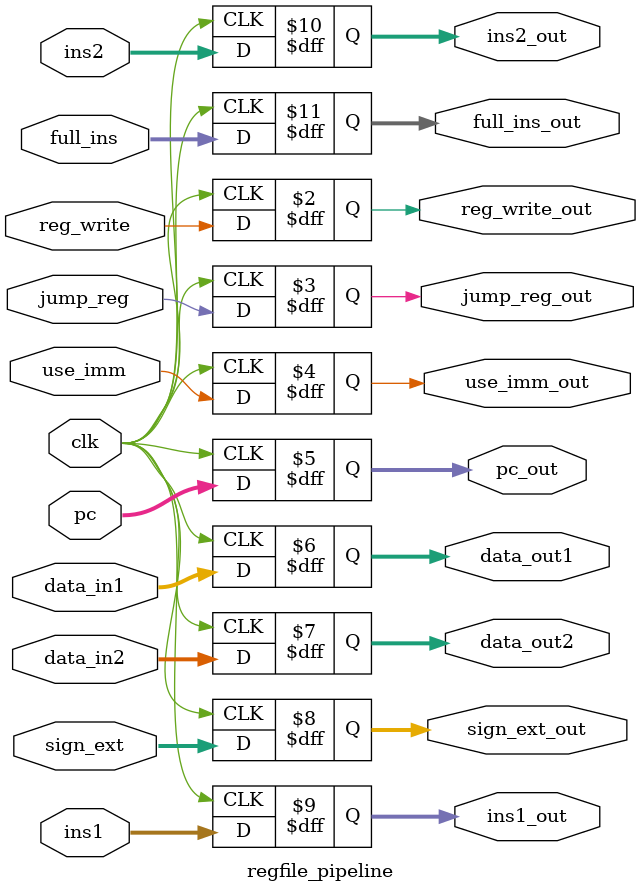
<source format=v>
module regfile_pipeline(

	input clk,
	
	input reg_write,
	input jump_reg,
	input use_imm,
	
	input [31:0] pc,
	input [31:0] data_in1,
	input [31:0] data_in2,
	input [31:0] sign_ext,
	input [4:0] ins1,
	input [4:0] ins2,
	input [31:0] full_ins,
	
	output reg reg_write_out,
	output reg jump_reg_out,
	output reg use_imm_out,
	
	output reg [31:0] pc_out,
	output reg [31:0] data_out1,
	output reg [31:0] data_out2,
	output reg [31:0] sign_ext_out,
	output reg [4:0] ins1_out,
	output reg [4:0] ins2_out,
	output reg [31:0] full_ins_out
	
);

always @(posedge clk) begin
	pc_out <= pc;
	data_out1 <= data_in1;
	data_out2 <= data_in2;
	sign_ext_out <= sign_ext;
	ins1_out <= ins1;
	ins2_out <= ins2;
	jump_reg_out <= jump_reg;
	reg_write_out <= reg_write;
	use_imm_out <= use_imm;
	full_ins_out <= full_ins;
end

endmodule 
</source>
